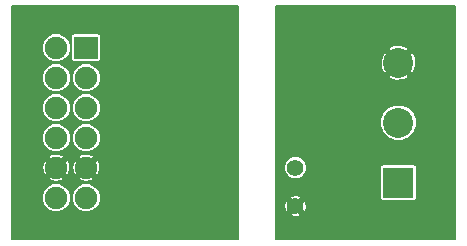
<source format=gbr>
G04 #@! TF.GenerationSoftware,KiCad,Pcbnew,5.0.2*
G04 #@! TF.CreationDate,2020-09-01T14:55:28+02:00*
G04 #@! TF.ProjectId,pmod-linky_tic,706d6f64-2d6c-4696-9e6b-795f7469632e,1*
G04 #@! TF.SameCoordinates,Original*
G04 #@! TF.FileFunction,Copper,L2,Bot*
G04 #@! TF.FilePolarity,Positive*
%FSLAX46Y46*%
G04 Gerber Fmt 4.6, Leading zero omitted, Abs format (unit mm)*
G04 Created by KiCad (PCBNEW 5.0.2) date mar. 01 sept. 2020 14:55:28 CEST*
%MOMM*%
%LPD*%
G01*
G04 APERTURE LIST*
G04 #@! TA.AperFunction,ComponentPad*
%ADD10R,2.540000X2.540000*%
G04 #@! TD*
G04 #@! TA.AperFunction,ComponentPad*
%ADD11C,2.540000*%
G04 #@! TD*
G04 #@! TA.AperFunction,ComponentPad*
%ADD12R,2.000000X1.900000*%
G04 #@! TD*
G04 #@! TA.AperFunction,ComponentPad*
%ADD13C,1.900000*%
G04 #@! TD*
G04 #@! TA.AperFunction,ComponentPad*
%ADD14C,1.399540*%
G04 #@! TD*
G04 #@! TA.AperFunction,ViaPad*
%ADD15C,0.711200*%
G04 #@! TD*
G04 #@! TA.AperFunction,Conductor*
%ADD16C,0.406400*%
G04 #@! TD*
G04 #@! TA.AperFunction,Conductor*
%ADD17C,0.152400*%
G04 #@! TD*
G04 APERTURE END LIST*
D10*
G04 #@! TO.P,J1,1*
G04 #@! TO.N,/TIC_A*
X162470000Y-110080000D03*
D11*
G04 #@! TO.P,J1,3*
G04 #@! TO.N,GNDGRID*
X162470000Y-99920000D03*
G04 #@! TO.P,J1,2*
G04 #@! TO.N,/TIC_I2*
X162470000Y-105000000D03*
G04 #@! TD*
D12*
G04 #@! TO.P,P1,1*
G04 #@! TO.N,Net-(P1-Pad1)*
X136040000Y-98650000D03*
D13*
G04 #@! TO.P,P1,2*
G04 #@! TO.N,Net-(P1-Pad2)*
X136040000Y-101190000D03*
G04 #@! TO.P,P1,3*
G04 #@! TO.N,PMOD_RXD*
X136040000Y-103730000D03*
G04 #@! TO.P,P1,4*
G04 #@! TO.N,Net-(P1-Pad4)*
X136040000Y-106270000D03*
G04 #@! TO.P,P1,5*
G04 #@! TO.N,GND*
X136040000Y-108810000D03*
G04 #@! TO.P,P1,6*
G04 #@! TO.N,VCC*
X136040000Y-111350000D03*
G04 #@! TO.P,P1,7*
G04 #@! TO.N,Net-(P1-Pad7)*
X133500000Y-98650000D03*
G04 #@! TO.P,P1,8*
G04 #@! TO.N,Net-(P1-Pad8)*
X133500000Y-101190000D03*
G04 #@! TO.P,P1,9*
G04 #@! TO.N,Net-(P1-Pad9)*
X133500000Y-103730000D03*
G04 #@! TO.P,P1,10*
G04 #@! TO.N,Net-(P1-Pad10)*
X133500000Y-106270000D03*
G04 #@! TO.P,P1,11*
G04 #@! TO.N,GND*
X133500000Y-108810000D03*
G04 #@! TO.P,P1,12*
G04 #@! TO.N,VCC*
X133500000Y-111350000D03*
G04 #@! TD*
D14*
G04 #@! TO.P,TP1,1*
G04 #@! TO.N,/TIC_A*
X153750000Y-108810000D03*
G04 #@! TD*
G04 #@! TO.P,TP2,1*
G04 #@! TO.N,GNDGRID*
X153750000Y-112070000D03*
G04 #@! TD*
D15*
G04 #@! TO.N,GND*
X140250000Y-98750000D03*
X147900000Y-104110000D03*
X142400000Y-104050000D03*
X140250000Y-101250000D03*
X141700000Y-107500000D03*
X148500000Y-95500000D03*
X144500000Y-95500000D03*
X140500000Y-95500000D03*
X136500000Y-95500000D03*
X132500000Y-95500000D03*
X148500000Y-114500000D03*
X144500000Y-114500000D03*
X140500000Y-114500000D03*
X136500000Y-114500000D03*
X132500000Y-114500000D03*
X130250000Y-110500000D03*
X130250000Y-105000000D03*
X130250000Y-100000000D03*
X140500000Y-111500000D03*
X148500000Y-111500000D03*
X138250000Y-108000000D03*
G04 #@! TO.N,GNDGRID*
X152750000Y-95500000D03*
X166880000Y-95500000D03*
X166880000Y-114500000D03*
X152750000Y-114500000D03*
X159930000Y-102460000D03*
X166880000Y-105000000D03*
X159930000Y-107540000D03*
G04 #@! TD*
D16*
G04 #@! TO.N,GND*
X140740000Y-104110000D02*
X136040000Y-108810000D01*
X140740000Y-104110000D02*
X141460000Y-104110000D01*
X141460000Y-104110000D02*
X141520000Y-104050000D01*
X141520000Y-104050000D02*
X142400000Y-104050000D01*
X140250000Y-101250000D02*
X140250000Y-101900000D01*
X140250000Y-101900000D02*
X142400000Y-104050000D01*
X142400000Y-104050000D02*
X143110000Y-103340000D01*
X143110000Y-103340000D02*
X147130000Y-103340000D01*
X147130000Y-103340000D02*
X147900000Y-104110000D01*
X140250000Y-101250000D02*
X140250000Y-98750000D01*
X142400000Y-104050000D02*
X142400000Y-106800000D01*
X142400000Y-106800000D02*
X141700000Y-107500000D01*
X140250000Y-98750000D02*
X145250000Y-98750000D01*
X145250000Y-98750000D02*
X148500000Y-95500000D01*
X148500000Y-95500000D02*
X144500000Y-95500000D01*
X144500000Y-95500000D02*
X140500000Y-95500000D01*
X140500000Y-95500000D02*
X136500000Y-95500000D01*
X136500000Y-95500000D02*
X132500000Y-95500000D01*
X148500000Y-104710000D02*
X147900000Y-104110000D01*
X148500000Y-114500000D02*
X144500000Y-114500000D01*
X144500000Y-114500000D02*
X140500000Y-114500000D01*
X140500000Y-114500000D02*
X136500000Y-114500000D01*
X136500000Y-114500000D02*
X132500000Y-114500000D01*
X130250000Y-110500000D02*
X130250000Y-105000000D01*
X130250000Y-105000000D02*
X130250000Y-100000000D01*
X130250000Y-100000000D02*
X130250000Y-97750000D01*
X130250000Y-97750000D02*
X132500000Y-95500000D01*
X130250000Y-110500000D02*
X130250000Y-112250000D01*
X130250000Y-112250000D02*
X132500000Y-114500000D01*
X140500000Y-114500000D02*
X140500000Y-111500000D01*
X148500000Y-114500000D02*
X148500000Y-111500000D01*
X148500000Y-111500000D02*
X148500000Y-104710000D01*
G04 #@! TO.N,GNDGRID*
X164990000Y-102440000D02*
X162470000Y-99920000D01*
X152750000Y-95500000D02*
X166880000Y-95500000D01*
X166880000Y-95500000D02*
X166880000Y-105000000D01*
X166880000Y-105000000D02*
X166880000Y-114500000D01*
X166880000Y-114500000D02*
X152750000Y-114500000D01*
X162470000Y-99920000D02*
X159930000Y-102460000D01*
X159930000Y-102460000D02*
X159930000Y-107540000D01*
X152750000Y-114500000D02*
X152750000Y-113070000D01*
X152750000Y-113070000D02*
X153750000Y-112070000D01*
X164990000Y-102440000D02*
X164990000Y-103110000D01*
X164990000Y-103110000D02*
X166880000Y-105000000D01*
G04 #@! TD*
D17*
G04 #@! TO.N,GND*
G36*
X148923800Y-114856400D02*
X129753600Y-114856400D01*
X129753600Y-111106094D01*
X132273800Y-111106094D01*
X132273800Y-111593906D01*
X132460478Y-112044587D01*
X132805413Y-112389522D01*
X133256094Y-112576200D01*
X133743906Y-112576200D01*
X134194587Y-112389522D01*
X134539522Y-112044587D01*
X134726200Y-111593906D01*
X134726200Y-111106094D01*
X134813800Y-111106094D01*
X134813800Y-111593906D01*
X135000478Y-112044587D01*
X135345413Y-112389522D01*
X135796094Y-112576200D01*
X136283906Y-112576200D01*
X136734587Y-112389522D01*
X137079522Y-112044587D01*
X137266200Y-111593906D01*
X137266200Y-111106094D01*
X137079522Y-110655413D01*
X136734587Y-110310478D01*
X136283906Y-110123800D01*
X135796094Y-110123800D01*
X135345413Y-110310478D01*
X135000478Y-110655413D01*
X134813800Y-111106094D01*
X134726200Y-111106094D01*
X134539522Y-110655413D01*
X134194587Y-110310478D01*
X133743906Y-110123800D01*
X133256094Y-110123800D01*
X132805413Y-110310478D01*
X132460478Y-110655413D01*
X132273800Y-111106094D01*
X129753600Y-111106094D01*
X129753600Y-109735210D01*
X132826237Y-109735210D01*
X132945282Y-109875996D01*
X133395446Y-110007133D01*
X133861527Y-109956019D01*
X134054718Y-109875996D01*
X134173763Y-109735210D01*
X135366237Y-109735210D01*
X135485282Y-109875996D01*
X135935446Y-110007133D01*
X136401527Y-109956019D01*
X136594718Y-109875996D01*
X136713763Y-109735210D01*
X136040000Y-109061447D01*
X135366237Y-109735210D01*
X134173763Y-109735210D01*
X133500000Y-109061447D01*
X132826237Y-109735210D01*
X129753600Y-109735210D01*
X129753600Y-108705446D01*
X132302867Y-108705446D01*
X132353981Y-109171527D01*
X132434004Y-109364718D01*
X132574790Y-109483763D01*
X133248553Y-108810000D01*
X133751447Y-108810000D01*
X134425210Y-109483763D01*
X134565996Y-109364718D01*
X134697133Y-108914554D01*
X134674201Y-108705446D01*
X134842867Y-108705446D01*
X134893981Y-109171527D01*
X134974004Y-109364718D01*
X135114790Y-109483763D01*
X135788553Y-108810000D01*
X136291447Y-108810000D01*
X136965210Y-109483763D01*
X137105996Y-109364718D01*
X137237133Y-108914554D01*
X137186019Y-108448473D01*
X137105996Y-108255282D01*
X136965210Y-108136237D01*
X136291447Y-108810000D01*
X135788553Y-108810000D01*
X135114790Y-108136237D01*
X134974004Y-108255282D01*
X134842867Y-108705446D01*
X134674201Y-108705446D01*
X134646019Y-108448473D01*
X134565996Y-108255282D01*
X134425210Y-108136237D01*
X133751447Y-108810000D01*
X133248553Y-108810000D01*
X132574790Y-108136237D01*
X132434004Y-108255282D01*
X132302867Y-108705446D01*
X129753600Y-108705446D01*
X129753600Y-107884790D01*
X132826237Y-107884790D01*
X133500000Y-108558553D01*
X134173763Y-107884790D01*
X135366237Y-107884790D01*
X136040000Y-108558553D01*
X136713763Y-107884790D01*
X136594718Y-107744004D01*
X136144554Y-107612867D01*
X135678473Y-107663981D01*
X135485282Y-107744004D01*
X135366237Y-107884790D01*
X134173763Y-107884790D01*
X134054718Y-107744004D01*
X133604554Y-107612867D01*
X133138473Y-107663981D01*
X132945282Y-107744004D01*
X132826237Y-107884790D01*
X129753600Y-107884790D01*
X129753600Y-106026094D01*
X132273800Y-106026094D01*
X132273800Y-106513906D01*
X132460478Y-106964587D01*
X132805413Y-107309522D01*
X133256094Y-107496200D01*
X133743906Y-107496200D01*
X134194587Y-107309522D01*
X134539522Y-106964587D01*
X134726200Y-106513906D01*
X134726200Y-106026094D01*
X134813800Y-106026094D01*
X134813800Y-106513906D01*
X135000478Y-106964587D01*
X135345413Y-107309522D01*
X135796094Y-107496200D01*
X136283906Y-107496200D01*
X136734587Y-107309522D01*
X137079522Y-106964587D01*
X137266200Y-106513906D01*
X137266200Y-106026094D01*
X137079522Y-105575413D01*
X136734587Y-105230478D01*
X136283906Y-105043800D01*
X135796094Y-105043800D01*
X135345413Y-105230478D01*
X135000478Y-105575413D01*
X134813800Y-106026094D01*
X134726200Y-106026094D01*
X134539522Y-105575413D01*
X134194587Y-105230478D01*
X133743906Y-105043800D01*
X133256094Y-105043800D01*
X132805413Y-105230478D01*
X132460478Y-105575413D01*
X132273800Y-106026094D01*
X129753600Y-106026094D01*
X129753600Y-103486094D01*
X132273800Y-103486094D01*
X132273800Y-103973906D01*
X132460478Y-104424587D01*
X132805413Y-104769522D01*
X133256094Y-104956200D01*
X133743906Y-104956200D01*
X134194587Y-104769522D01*
X134539522Y-104424587D01*
X134726200Y-103973906D01*
X134726200Y-103486094D01*
X134813800Y-103486094D01*
X134813800Y-103973906D01*
X135000478Y-104424587D01*
X135345413Y-104769522D01*
X135796094Y-104956200D01*
X136283906Y-104956200D01*
X136734587Y-104769522D01*
X137079522Y-104424587D01*
X137266200Y-103973906D01*
X137266200Y-103486094D01*
X137079522Y-103035413D01*
X136734587Y-102690478D01*
X136283906Y-102503800D01*
X135796094Y-102503800D01*
X135345413Y-102690478D01*
X135000478Y-103035413D01*
X134813800Y-103486094D01*
X134726200Y-103486094D01*
X134539522Y-103035413D01*
X134194587Y-102690478D01*
X133743906Y-102503800D01*
X133256094Y-102503800D01*
X132805413Y-102690478D01*
X132460478Y-103035413D01*
X132273800Y-103486094D01*
X129753600Y-103486094D01*
X129753600Y-100946094D01*
X132273800Y-100946094D01*
X132273800Y-101433906D01*
X132460478Y-101884587D01*
X132805413Y-102229522D01*
X133256094Y-102416200D01*
X133743906Y-102416200D01*
X134194587Y-102229522D01*
X134539522Y-101884587D01*
X134726200Y-101433906D01*
X134726200Y-100946094D01*
X134813800Y-100946094D01*
X134813800Y-101433906D01*
X135000478Y-101884587D01*
X135345413Y-102229522D01*
X135796094Y-102416200D01*
X136283906Y-102416200D01*
X136734587Y-102229522D01*
X137079522Y-101884587D01*
X137266200Y-101433906D01*
X137266200Y-100946094D01*
X137079522Y-100495413D01*
X136734587Y-100150478D01*
X136283906Y-99963800D01*
X135796094Y-99963800D01*
X135345413Y-100150478D01*
X135000478Y-100495413D01*
X134813800Y-100946094D01*
X134726200Y-100946094D01*
X134539522Y-100495413D01*
X134194587Y-100150478D01*
X133743906Y-99963800D01*
X133256094Y-99963800D01*
X132805413Y-100150478D01*
X132460478Y-100495413D01*
X132273800Y-100946094D01*
X129753600Y-100946094D01*
X129753600Y-98406094D01*
X132273800Y-98406094D01*
X132273800Y-98893906D01*
X132460478Y-99344587D01*
X132805413Y-99689522D01*
X133256094Y-99876200D01*
X133743906Y-99876200D01*
X134194587Y-99689522D01*
X134539522Y-99344587D01*
X134726200Y-98893906D01*
X134726200Y-98406094D01*
X134539522Y-97955413D01*
X134284109Y-97700000D01*
X134758389Y-97700000D01*
X134758389Y-99600000D01*
X134779825Y-99707768D01*
X134840871Y-99799129D01*
X134932232Y-99860175D01*
X135040000Y-99881611D01*
X137040000Y-99881611D01*
X137147768Y-99860175D01*
X137239129Y-99799129D01*
X137300175Y-99707768D01*
X137321611Y-99600000D01*
X137321611Y-97700000D01*
X137300175Y-97592232D01*
X137239129Y-97500871D01*
X137147768Y-97439825D01*
X137040000Y-97418389D01*
X135040000Y-97418389D01*
X134932232Y-97439825D01*
X134840871Y-97500871D01*
X134779825Y-97592232D01*
X134758389Y-97700000D01*
X134284109Y-97700000D01*
X134194587Y-97610478D01*
X133743906Y-97423800D01*
X133256094Y-97423800D01*
X132805413Y-97610478D01*
X132460478Y-97955413D01*
X132273800Y-98406094D01*
X129753600Y-98406094D01*
X129753600Y-95143600D01*
X148923800Y-95143600D01*
X148923800Y-114856400D01*
X148923800Y-114856400D01*
G37*
X148923800Y-114856400D02*
X129753600Y-114856400D01*
X129753600Y-111106094D01*
X132273800Y-111106094D01*
X132273800Y-111593906D01*
X132460478Y-112044587D01*
X132805413Y-112389522D01*
X133256094Y-112576200D01*
X133743906Y-112576200D01*
X134194587Y-112389522D01*
X134539522Y-112044587D01*
X134726200Y-111593906D01*
X134726200Y-111106094D01*
X134813800Y-111106094D01*
X134813800Y-111593906D01*
X135000478Y-112044587D01*
X135345413Y-112389522D01*
X135796094Y-112576200D01*
X136283906Y-112576200D01*
X136734587Y-112389522D01*
X137079522Y-112044587D01*
X137266200Y-111593906D01*
X137266200Y-111106094D01*
X137079522Y-110655413D01*
X136734587Y-110310478D01*
X136283906Y-110123800D01*
X135796094Y-110123800D01*
X135345413Y-110310478D01*
X135000478Y-110655413D01*
X134813800Y-111106094D01*
X134726200Y-111106094D01*
X134539522Y-110655413D01*
X134194587Y-110310478D01*
X133743906Y-110123800D01*
X133256094Y-110123800D01*
X132805413Y-110310478D01*
X132460478Y-110655413D01*
X132273800Y-111106094D01*
X129753600Y-111106094D01*
X129753600Y-109735210D01*
X132826237Y-109735210D01*
X132945282Y-109875996D01*
X133395446Y-110007133D01*
X133861527Y-109956019D01*
X134054718Y-109875996D01*
X134173763Y-109735210D01*
X135366237Y-109735210D01*
X135485282Y-109875996D01*
X135935446Y-110007133D01*
X136401527Y-109956019D01*
X136594718Y-109875996D01*
X136713763Y-109735210D01*
X136040000Y-109061447D01*
X135366237Y-109735210D01*
X134173763Y-109735210D01*
X133500000Y-109061447D01*
X132826237Y-109735210D01*
X129753600Y-109735210D01*
X129753600Y-108705446D01*
X132302867Y-108705446D01*
X132353981Y-109171527D01*
X132434004Y-109364718D01*
X132574790Y-109483763D01*
X133248553Y-108810000D01*
X133751447Y-108810000D01*
X134425210Y-109483763D01*
X134565996Y-109364718D01*
X134697133Y-108914554D01*
X134674201Y-108705446D01*
X134842867Y-108705446D01*
X134893981Y-109171527D01*
X134974004Y-109364718D01*
X135114790Y-109483763D01*
X135788553Y-108810000D01*
X136291447Y-108810000D01*
X136965210Y-109483763D01*
X137105996Y-109364718D01*
X137237133Y-108914554D01*
X137186019Y-108448473D01*
X137105996Y-108255282D01*
X136965210Y-108136237D01*
X136291447Y-108810000D01*
X135788553Y-108810000D01*
X135114790Y-108136237D01*
X134974004Y-108255282D01*
X134842867Y-108705446D01*
X134674201Y-108705446D01*
X134646019Y-108448473D01*
X134565996Y-108255282D01*
X134425210Y-108136237D01*
X133751447Y-108810000D01*
X133248553Y-108810000D01*
X132574790Y-108136237D01*
X132434004Y-108255282D01*
X132302867Y-108705446D01*
X129753600Y-108705446D01*
X129753600Y-107884790D01*
X132826237Y-107884790D01*
X133500000Y-108558553D01*
X134173763Y-107884790D01*
X135366237Y-107884790D01*
X136040000Y-108558553D01*
X136713763Y-107884790D01*
X136594718Y-107744004D01*
X136144554Y-107612867D01*
X135678473Y-107663981D01*
X135485282Y-107744004D01*
X135366237Y-107884790D01*
X134173763Y-107884790D01*
X134054718Y-107744004D01*
X133604554Y-107612867D01*
X133138473Y-107663981D01*
X132945282Y-107744004D01*
X132826237Y-107884790D01*
X129753600Y-107884790D01*
X129753600Y-106026094D01*
X132273800Y-106026094D01*
X132273800Y-106513906D01*
X132460478Y-106964587D01*
X132805413Y-107309522D01*
X133256094Y-107496200D01*
X133743906Y-107496200D01*
X134194587Y-107309522D01*
X134539522Y-106964587D01*
X134726200Y-106513906D01*
X134726200Y-106026094D01*
X134813800Y-106026094D01*
X134813800Y-106513906D01*
X135000478Y-106964587D01*
X135345413Y-107309522D01*
X135796094Y-107496200D01*
X136283906Y-107496200D01*
X136734587Y-107309522D01*
X137079522Y-106964587D01*
X137266200Y-106513906D01*
X137266200Y-106026094D01*
X137079522Y-105575413D01*
X136734587Y-105230478D01*
X136283906Y-105043800D01*
X135796094Y-105043800D01*
X135345413Y-105230478D01*
X135000478Y-105575413D01*
X134813800Y-106026094D01*
X134726200Y-106026094D01*
X134539522Y-105575413D01*
X134194587Y-105230478D01*
X133743906Y-105043800D01*
X133256094Y-105043800D01*
X132805413Y-105230478D01*
X132460478Y-105575413D01*
X132273800Y-106026094D01*
X129753600Y-106026094D01*
X129753600Y-103486094D01*
X132273800Y-103486094D01*
X132273800Y-103973906D01*
X132460478Y-104424587D01*
X132805413Y-104769522D01*
X133256094Y-104956200D01*
X133743906Y-104956200D01*
X134194587Y-104769522D01*
X134539522Y-104424587D01*
X134726200Y-103973906D01*
X134726200Y-103486094D01*
X134813800Y-103486094D01*
X134813800Y-103973906D01*
X135000478Y-104424587D01*
X135345413Y-104769522D01*
X135796094Y-104956200D01*
X136283906Y-104956200D01*
X136734587Y-104769522D01*
X137079522Y-104424587D01*
X137266200Y-103973906D01*
X137266200Y-103486094D01*
X137079522Y-103035413D01*
X136734587Y-102690478D01*
X136283906Y-102503800D01*
X135796094Y-102503800D01*
X135345413Y-102690478D01*
X135000478Y-103035413D01*
X134813800Y-103486094D01*
X134726200Y-103486094D01*
X134539522Y-103035413D01*
X134194587Y-102690478D01*
X133743906Y-102503800D01*
X133256094Y-102503800D01*
X132805413Y-102690478D01*
X132460478Y-103035413D01*
X132273800Y-103486094D01*
X129753600Y-103486094D01*
X129753600Y-100946094D01*
X132273800Y-100946094D01*
X132273800Y-101433906D01*
X132460478Y-101884587D01*
X132805413Y-102229522D01*
X133256094Y-102416200D01*
X133743906Y-102416200D01*
X134194587Y-102229522D01*
X134539522Y-101884587D01*
X134726200Y-101433906D01*
X134726200Y-100946094D01*
X134813800Y-100946094D01*
X134813800Y-101433906D01*
X135000478Y-101884587D01*
X135345413Y-102229522D01*
X135796094Y-102416200D01*
X136283906Y-102416200D01*
X136734587Y-102229522D01*
X137079522Y-101884587D01*
X137266200Y-101433906D01*
X137266200Y-100946094D01*
X137079522Y-100495413D01*
X136734587Y-100150478D01*
X136283906Y-99963800D01*
X135796094Y-99963800D01*
X135345413Y-100150478D01*
X135000478Y-100495413D01*
X134813800Y-100946094D01*
X134726200Y-100946094D01*
X134539522Y-100495413D01*
X134194587Y-100150478D01*
X133743906Y-99963800D01*
X133256094Y-99963800D01*
X132805413Y-100150478D01*
X132460478Y-100495413D01*
X132273800Y-100946094D01*
X129753600Y-100946094D01*
X129753600Y-98406094D01*
X132273800Y-98406094D01*
X132273800Y-98893906D01*
X132460478Y-99344587D01*
X132805413Y-99689522D01*
X133256094Y-99876200D01*
X133743906Y-99876200D01*
X134194587Y-99689522D01*
X134539522Y-99344587D01*
X134726200Y-98893906D01*
X134726200Y-98406094D01*
X134539522Y-97955413D01*
X134284109Y-97700000D01*
X134758389Y-97700000D01*
X134758389Y-99600000D01*
X134779825Y-99707768D01*
X134840871Y-99799129D01*
X134932232Y-99860175D01*
X135040000Y-99881611D01*
X137040000Y-99881611D01*
X137147768Y-99860175D01*
X137239129Y-99799129D01*
X137300175Y-99707768D01*
X137321611Y-99600000D01*
X137321611Y-97700000D01*
X137300175Y-97592232D01*
X137239129Y-97500871D01*
X137147768Y-97439825D01*
X137040000Y-97418389D01*
X135040000Y-97418389D01*
X134932232Y-97439825D01*
X134840871Y-97500871D01*
X134779825Y-97592232D01*
X134758389Y-97700000D01*
X134284109Y-97700000D01*
X134194587Y-97610478D01*
X133743906Y-97423800D01*
X133256094Y-97423800D01*
X132805413Y-97610478D01*
X132460478Y-97955413D01*
X132273800Y-98406094D01*
X129753600Y-98406094D01*
X129753600Y-95143600D01*
X148923800Y-95143600D01*
X148923800Y-114856400D01*
G04 #@! TO.N,GNDGRID*
G36*
X167246401Y-114856400D02*
X152076200Y-114856400D01*
X152076200Y-112811935D01*
X153259512Y-112811935D01*
X153347374Y-112926659D01*
X153705852Y-113015528D01*
X154071050Y-112960449D01*
X154152626Y-112926659D01*
X154240488Y-112811935D01*
X153750000Y-112321447D01*
X153259512Y-112811935D01*
X152076200Y-112811935D01*
X152076200Y-112025852D01*
X152804472Y-112025852D01*
X152859551Y-112391050D01*
X152893341Y-112472626D01*
X153008065Y-112560488D01*
X153498553Y-112070000D01*
X154001447Y-112070000D01*
X154491935Y-112560488D01*
X154606659Y-112472626D01*
X154695528Y-112114148D01*
X154640449Y-111748950D01*
X154606659Y-111667374D01*
X154491935Y-111579512D01*
X154001447Y-112070000D01*
X153498553Y-112070000D01*
X153008065Y-111579512D01*
X152893341Y-111667374D01*
X152804472Y-112025852D01*
X152076200Y-112025852D01*
X152076200Y-111328065D01*
X153259512Y-111328065D01*
X153750000Y-111818553D01*
X154240488Y-111328065D01*
X154152626Y-111213341D01*
X153794148Y-111124472D01*
X153428950Y-111179551D01*
X153347374Y-111213341D01*
X153259512Y-111328065D01*
X152076200Y-111328065D01*
X152076200Y-108615868D01*
X152774030Y-108615868D01*
X152774030Y-109004132D01*
X152922613Y-109362842D01*
X153197158Y-109637387D01*
X153555868Y-109785970D01*
X153944132Y-109785970D01*
X154302842Y-109637387D01*
X154577387Y-109362842D01*
X154725970Y-109004132D01*
X154725970Y-108810000D01*
X160918389Y-108810000D01*
X160918389Y-111350000D01*
X160939825Y-111457768D01*
X161000871Y-111549129D01*
X161092232Y-111610175D01*
X161200000Y-111631611D01*
X163740000Y-111631611D01*
X163847768Y-111610175D01*
X163939129Y-111549129D01*
X164000175Y-111457768D01*
X164021611Y-111350000D01*
X164021611Y-108810000D01*
X164000175Y-108702232D01*
X163939129Y-108610871D01*
X163847768Y-108549825D01*
X163740000Y-108528389D01*
X161200000Y-108528389D01*
X161092232Y-108549825D01*
X161000871Y-108610871D01*
X160939825Y-108702232D01*
X160918389Y-108810000D01*
X154725970Y-108810000D01*
X154725970Y-108615868D01*
X154577387Y-108257158D01*
X154302842Y-107982613D01*
X153944132Y-107834030D01*
X153555868Y-107834030D01*
X153197158Y-107982613D01*
X152922613Y-108257158D01*
X152774030Y-108615868D01*
X152076200Y-108615868D01*
X152076200Y-104692442D01*
X160923800Y-104692442D01*
X160923800Y-105307558D01*
X161159195Y-105875852D01*
X161594148Y-106310805D01*
X162162442Y-106546200D01*
X162777558Y-106546200D01*
X163345852Y-106310805D01*
X163780805Y-105875852D01*
X164016200Y-105307558D01*
X164016200Y-104692442D01*
X163780805Y-104124148D01*
X163345852Y-103689195D01*
X162777558Y-103453800D01*
X162162442Y-103453800D01*
X161594148Y-103689195D01*
X161159195Y-104124148D01*
X160923800Y-104692442D01*
X152076200Y-104692442D01*
X152076200Y-101078116D01*
X161563331Y-101078116D01*
X161721833Y-101252256D01*
X162288617Y-101437155D01*
X162883013Y-101391081D01*
X163218167Y-101252256D01*
X163376669Y-101078116D01*
X162470000Y-100171447D01*
X161563331Y-101078116D01*
X152076200Y-101078116D01*
X152076200Y-99738617D01*
X160952845Y-99738617D01*
X160998919Y-100333013D01*
X161137744Y-100668167D01*
X161311884Y-100826669D01*
X162218553Y-99920000D01*
X162721447Y-99920000D01*
X163628116Y-100826669D01*
X163802256Y-100668167D01*
X163987155Y-100101383D01*
X163941081Y-99506987D01*
X163802256Y-99171833D01*
X163628116Y-99013331D01*
X162721447Y-99920000D01*
X162218553Y-99920000D01*
X161311884Y-99013331D01*
X161137744Y-99171833D01*
X160952845Y-99738617D01*
X152076200Y-99738617D01*
X152076200Y-98761884D01*
X161563331Y-98761884D01*
X162470000Y-99668553D01*
X163376669Y-98761884D01*
X163218167Y-98587744D01*
X162651383Y-98402845D01*
X162056987Y-98448919D01*
X161721833Y-98587744D01*
X161563331Y-98761884D01*
X152076200Y-98761884D01*
X152076200Y-95143600D01*
X167246400Y-95143600D01*
X167246401Y-114856400D01*
X167246401Y-114856400D01*
G37*
X167246401Y-114856400D02*
X152076200Y-114856400D01*
X152076200Y-112811935D01*
X153259512Y-112811935D01*
X153347374Y-112926659D01*
X153705852Y-113015528D01*
X154071050Y-112960449D01*
X154152626Y-112926659D01*
X154240488Y-112811935D01*
X153750000Y-112321447D01*
X153259512Y-112811935D01*
X152076200Y-112811935D01*
X152076200Y-112025852D01*
X152804472Y-112025852D01*
X152859551Y-112391050D01*
X152893341Y-112472626D01*
X153008065Y-112560488D01*
X153498553Y-112070000D01*
X154001447Y-112070000D01*
X154491935Y-112560488D01*
X154606659Y-112472626D01*
X154695528Y-112114148D01*
X154640449Y-111748950D01*
X154606659Y-111667374D01*
X154491935Y-111579512D01*
X154001447Y-112070000D01*
X153498553Y-112070000D01*
X153008065Y-111579512D01*
X152893341Y-111667374D01*
X152804472Y-112025852D01*
X152076200Y-112025852D01*
X152076200Y-111328065D01*
X153259512Y-111328065D01*
X153750000Y-111818553D01*
X154240488Y-111328065D01*
X154152626Y-111213341D01*
X153794148Y-111124472D01*
X153428950Y-111179551D01*
X153347374Y-111213341D01*
X153259512Y-111328065D01*
X152076200Y-111328065D01*
X152076200Y-108615868D01*
X152774030Y-108615868D01*
X152774030Y-109004132D01*
X152922613Y-109362842D01*
X153197158Y-109637387D01*
X153555868Y-109785970D01*
X153944132Y-109785970D01*
X154302842Y-109637387D01*
X154577387Y-109362842D01*
X154725970Y-109004132D01*
X154725970Y-108810000D01*
X160918389Y-108810000D01*
X160918389Y-111350000D01*
X160939825Y-111457768D01*
X161000871Y-111549129D01*
X161092232Y-111610175D01*
X161200000Y-111631611D01*
X163740000Y-111631611D01*
X163847768Y-111610175D01*
X163939129Y-111549129D01*
X164000175Y-111457768D01*
X164021611Y-111350000D01*
X164021611Y-108810000D01*
X164000175Y-108702232D01*
X163939129Y-108610871D01*
X163847768Y-108549825D01*
X163740000Y-108528389D01*
X161200000Y-108528389D01*
X161092232Y-108549825D01*
X161000871Y-108610871D01*
X160939825Y-108702232D01*
X160918389Y-108810000D01*
X154725970Y-108810000D01*
X154725970Y-108615868D01*
X154577387Y-108257158D01*
X154302842Y-107982613D01*
X153944132Y-107834030D01*
X153555868Y-107834030D01*
X153197158Y-107982613D01*
X152922613Y-108257158D01*
X152774030Y-108615868D01*
X152076200Y-108615868D01*
X152076200Y-104692442D01*
X160923800Y-104692442D01*
X160923800Y-105307558D01*
X161159195Y-105875852D01*
X161594148Y-106310805D01*
X162162442Y-106546200D01*
X162777558Y-106546200D01*
X163345852Y-106310805D01*
X163780805Y-105875852D01*
X164016200Y-105307558D01*
X164016200Y-104692442D01*
X163780805Y-104124148D01*
X163345852Y-103689195D01*
X162777558Y-103453800D01*
X162162442Y-103453800D01*
X161594148Y-103689195D01*
X161159195Y-104124148D01*
X160923800Y-104692442D01*
X152076200Y-104692442D01*
X152076200Y-101078116D01*
X161563331Y-101078116D01*
X161721833Y-101252256D01*
X162288617Y-101437155D01*
X162883013Y-101391081D01*
X163218167Y-101252256D01*
X163376669Y-101078116D01*
X162470000Y-100171447D01*
X161563331Y-101078116D01*
X152076200Y-101078116D01*
X152076200Y-99738617D01*
X160952845Y-99738617D01*
X160998919Y-100333013D01*
X161137744Y-100668167D01*
X161311884Y-100826669D01*
X162218553Y-99920000D01*
X162721447Y-99920000D01*
X163628116Y-100826669D01*
X163802256Y-100668167D01*
X163987155Y-100101383D01*
X163941081Y-99506987D01*
X163802256Y-99171833D01*
X163628116Y-99013331D01*
X162721447Y-99920000D01*
X162218553Y-99920000D01*
X161311884Y-99013331D01*
X161137744Y-99171833D01*
X160952845Y-99738617D01*
X152076200Y-99738617D01*
X152076200Y-98761884D01*
X161563331Y-98761884D01*
X162470000Y-99668553D01*
X163376669Y-98761884D01*
X163218167Y-98587744D01*
X162651383Y-98402845D01*
X162056987Y-98448919D01*
X161721833Y-98587744D01*
X161563331Y-98761884D01*
X152076200Y-98761884D01*
X152076200Y-95143600D01*
X167246400Y-95143600D01*
X167246401Y-114856400D01*
G04 #@! TD*
M02*

</source>
